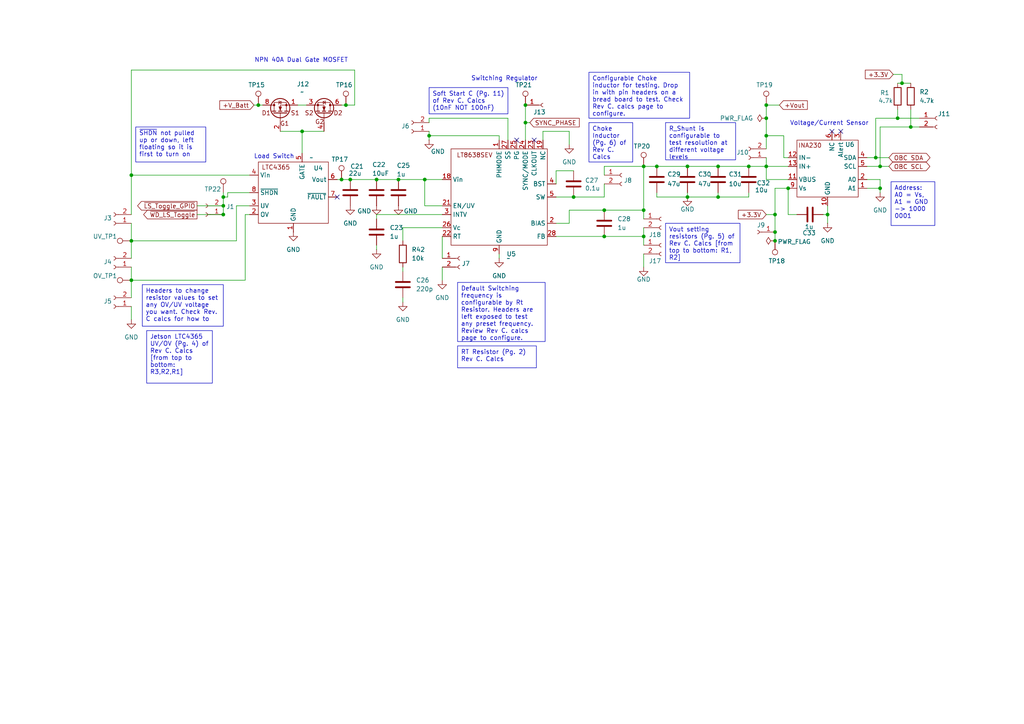
<source format=kicad_sch>
(kicad_sch (version 20250114) (generator "eeschema") (generator_version "9.0")
  (paper "A4")
  (lib_symbols
    (symbol "Connector:Conn_01x01_Socket" (pin_names (offset 1.016) (hide yes))
      (property "Reference" "J" (at 0 2.54 0))
      (property "Value" "Conn_01x01_Socket" (at 0 -2.54 0))
      (symbol "Conn_01x01_Socket_1_1"
        (polyline (pts (xy -1.27 0) (xy -0.508 0)) (stroke (width 0.1524)))
        (arc (start 0 -0.508) (mid -0.5058 0) (end 0 0.508) (stroke (width 0.1524)))
        (pin passive line (at -5.08 0 0) (length 3.81) (name "Pin_1") (number "1"))
      )
    )
    (symbol "Connector:Conn_01x02_Socket" (pin_names (offset 1.016) (hide yes))
      (property "Reference" "J" (at 0 2.54 0))
      (property "Value" "Conn_01x02_Socket" (at 0 -5.08 0))
      (symbol "Conn_01x02_Socket_1_1"
        (polyline (pts (xy -1.27 0) (xy -0.508 0)) (stroke (width 0.1524)))
        (polyline (pts (xy -1.27 -2.54) (xy -0.508 -2.54)) (stroke (width 0.1524)))
        (arc (start 0 -0.508) (mid -0.5058 0) (end 0 0.508) (stroke (width 0.1524)))
        (arc (start 0 -3.048) (mid -0.5058 -2.54) (end 0 -2.032) (stroke (width 0.1524)))
        (pin passive line (at -5.08 0 0) (length 3.81) (name "Pin_1") (number "1"))
        (pin passive line (at -5.08 -2.54 0) (length 3.81) (name "Pin_2") (number "2"))
      )
    )
    (symbol "Connector:TestPoint" (pin_numbers (hide yes)) (pin_names (offset 0.762) (hide yes))
      (property "Reference" "TP" (at 0 6.858 0))
      (property "Value" "TestPoint" (at 0 5.08 0))
      (symbol "TestPoint_0_1"
        (circle (center 0 3.302) (radius 0.762))
      )
      (symbol "TestPoint_1_1"
        (pin passive line (at 0 0 90) (length 2.54) (name "1") (number "1"))
      )
    )
    (symbol "Device:C" (pin_numbers (hide yes)) (pin_names (offset 0.254))
      (property "Reference" "C" (at 0.635 2.54 0))
      (property "Value" "C" (at 0.635 -2.54 0))
      (symbol "C_0_1"
        (polyline (pts (xy -2.032 0.762) (xy 2.032 0.762)) (stroke (width 0.508)))
        (polyline (pts (xy -2.032 -0.762) (xy 2.032 -0.762)) (stroke (width 0.508)))
      )
      (symbol "C_1_1"
        (pin passive line (at 0 3.81 270) (length 2.794) (name "~") (number "1"))
        (pin passive line (at 0 -3.81 90) (length 2.794) (name "~") (number "2"))
      )
    )
    (symbol "Device:R" (pin_numbers (hide yes)) (pin_names (offset 0))
      (property "Reference" "R" (at 2.032 0 90))
      (property "Value" "R" (at 0 0 90))
      (symbol "R_0_1"
        (rectangle (start -1.016 -2.54) (end 1.016 2.54) (stroke (width 0.254)))
      )
      (symbol "R_1_1"
        (pin passive line (at 0 3.81 270) (length 1.27) (name "~") (number "1"))
        (pin passive line (at 0 -3.81 90) (length 1.27) (name "~") (number "2"))
      )
    )
    (symbol "INA230:INA230 [RGT PACKAGE]"
      (property "Reference" "U" (at 7.62 7.62 0))
      (property "Value" "INA230" (at 0 0 0))
      (symbol "INA230 [RGT PACKAGE]_0_1"
        (rectangle (start -8.89 8.89) (end 8.89 -7.62))
      )
      (symbol "INA230 [RGT PACKAGE]_1_1"
        (text "INA230" (at -5.08 7.366 0) (effects (font (size 1.27 1.27))))
        (pin input line (at -11.43 3.81 0) (length 2.54) (name "IN-") (number "12"))
        (pin input line (at -11.43 1.27 0) (length 2.54) (name "IN+") (number "13"))
        (pin input line (at -11.43 -2.54 0) (length 2.54) (name "VBUS") (number "11"))
        (pin power_in line (at -11.43 -5.08 0) (length 2.54) (name "Vs") (number "9"))
        (pin power_in line (at 0 -10.16 90) (length 2.54) (name "GND") (number "10"))
        (pin passive line (at 1.27 11.43 270) (length 2.54) (name "NC") (number "6"))
        (pin output line (at 3.81 11.43 270) (length 2.54) (name "Alert") (number "3"))
        (pin bidirectional line (at 11.43 3.81 180) (length 2.54) (name "SDA") (number "4"))
        (pin bidirectional line (at 11.43 1.27 180) (length 2.54) (name "SCL") (number "5"))
        (pin input line (at 11.43 -2.54 180) (length 2.54) (name "A0") (number "2"))
        (pin input line (at 11.43 -5.08 180) (length 2.54) (name "A1") (number "1"))
      )
    )
    (symbol "LT8638SEV#PDF:LT863SEV#PBF"
      (property "Reference" "U" (at 12.954 -2.286 0))
      (symbol "LT863SEV#PBF_0_1"
        (rectangle (start -13.97 15.24) (end 13.97 -12.7))
      )
      (symbol "LT863SEV#PBF_1_1"
        (text "LT8638SEV\n" (at -7.112 13.462 0) (effects (font (size 1.27 1.27))))
        (pin power_in line (at -16.51 6.35 0) (length 2.54) (name "Vin") (number "18"))
        (pin input line (at -16.51 -1.27 0) (length 2.54) (name "EN/UV") (number "21"))
        (pin input line (at -16.51 -3.81 0) (length 2.54) (name "INTV") (number "3"))
        (pin input line (at -16.51 -7.62 0) (length 2.54) (name "Vc") (number "26"))
        (pin passive line (at -16.51 -10.16 0) (length 2.54) (name "RT") (number "22"))
        (pin passive line (at 0 17.78 270) (length 2.54) (name "PHMODE") (number "1"))
        (pin power_in line (at 0 -15.24 90) (length 2.54) (name "GND") (number "9"))
        (pin passive line (at 2.54 17.78 270) (length 2.54) (name "SS") (number "27"))
        (pin passive line (at 5.08 17.78 270) (length 2.54) (name "PG") (number "25"))
        (pin passive line (at 7.62 17.78 270) (length 2.54) (name "SYNC/MODE") (number "24"))
        (pin passive line (at 10.16 17.78 270) (length 2.54) (name "CLKOUT") (number "23"))
        (pin passive line (at 12.7 17.78 270) (length 2.54) (name "NC") (number "19"))
        (pin power_out line (at 16.51 5.08 180) (length 2.54) (name "BST") (number "4"))
        (pin power_out line (at 16.51 1.27 180) (length 2.54) (name "SW") (number "5"))
        (pin power_out line (at 16.51 -6.35 180) (length 2.54) (name "BIAS") (number "2"))
        (pin power_out line (at 16.51 -10.16 180) (length 2.54) (name "FB") (number "28"))
      )
    )
    (symbol "LTC4365:LTC4365"
      (property "Reference" "U" (at 7.874 -7.874 0))
      (symbol "LTC4365_0_1"
        (rectangle (start -11.43 8.89) (end 8.89 -8.89))
      )
      (symbol "LTC4365_1_1"
        (text "LTC4365\n" (at -6.35 7.366 0) (effects (font (size 1.27 1.27))))
        (pin power_in line (at -13.97 5.08 0) (length 2.54) (name "Vin") (number "4"))
        (pin passive line (at -13.97 0 0) (length 2.54) (name "~{SHDN}") (number "8"))
        (pin input line (at -13.97 -3.81 0) (length 2.54) (name "UV") (number "3"))
        (pin input line (at -13.97 -6.35 0) (length 2.54) (name "OV") (number "2"))
        (pin power_in line (at -1.27 -11.43 90) (length 2.54) (name "GND") (number "1"))
        (pin output line (at 1.27 11.43 270) (length 2.54) (name "GATE") (number "5"))
        (pin power_out line (at 11.43 3.81 180) (length 2.54) (name "Vout") (number "6"))
        (pin output line (at 11.43 -1.27 180) (length 2.54) (name "~{FAULT}") (number "7"))
      )
    )
    (symbol "SISB46DN:SISB46DN"
      (symbol "SISB46DN_0_1"
        (polyline (pts (xy -8.89 1.27) (xy -8.128 1.27)))
        (polyline (pts (xy -8.636 -0.508) (xy -7.62 -0.508)) (stroke (width 0.254)))
        (polyline (pts (xy -8.255 -1.016) (xy -4.445 -1.016)) (stroke (width 0.254)))
        (circle (center -8.128 1.27) (radius 0.254) (fill (type outline)))
        (polyline (pts (xy -6.858 1.524) (xy -6.731 1.651) (xy -6.731 2.413) (xy -6.604 2.54)))
        (polyline (pts (xy -6.858 -0.508) (xy -5.842 -0.508)) (stroke (width 0.254)))
        (polyline (pts (xy -6.731 2.032) (xy -6.096 1.651) (xy -6.096 2.413) (xy -6.731 2.032)))
        (circle (center -6.35 0.381) (radius 2.794) (stroke (width 0.254)))
        (polyline (pts (xy -6.35 -0.254) (xy -6.731 0.762) (xy -5.969 0.762) (xy -6.35 -0.254)) (fill (type outline)))
        (polyline (pts (xy -6.35 -1.016) (xy -6.35 -3.81)))
        (polyline (pts (xy -5.08 -0.508) (xy -4.064 -0.508)) (stroke (width 0.254)))
        (circle (center -4.572 1.27) (radius 0.254) (fill (type outline)))
        (polyline (pts (xy -4.572 -0.508) (xy -4.572 2.032) (xy -8.128 2.032) (xy -8.128 -0.508)))
        (polyline (pts (xy -3.81 1.27) (xy -6.35 1.27) (xy -6.35 -0.508)))
        (polyline (pts (xy 3.81 1.27) (xy 6.35 1.27) (xy 6.35 -0.508)))
        (circle (center 4.572 1.27) (radius 0.254) (fill (type outline)))
        (polyline (pts (xy 4.572 -0.508) (xy 4.572 2.032) (xy 8.128 2.032) (xy 8.128 -0.508)))
        (polyline (pts (xy 5.08 -0.508) (xy 4.064 -0.508)) (stroke (width 0.254)))
        (circle (center 6.35 0.381) (radius 2.794) (stroke (width 0.254)))
        (polyline (pts (xy 6.35 -0.254) (xy 6.731 0.762) (xy 5.969 0.762) (xy 6.35 -0.254)) (fill (type outline)))
        (polyline (pts (xy 6.35 -1.016) (xy 6.35 -3.81)))
        (polyline (pts (xy 6.731 2.032) (xy 6.096 1.651) (xy 6.096 2.413) (xy 6.731 2.032)))
        (polyline (pts (xy 6.858 1.524) (xy 6.731 1.651) (xy 6.731 2.413) (xy 6.604 2.54)))
        (polyline (pts (xy 6.858 -0.508) (xy 5.842 -0.508)) (stroke (width 0.254)))
        (circle (center 8.128 1.27) (radius 0.254) (fill (type outline)))
        (polyline (pts (xy 8.255 -1.016) (xy 4.445 -1.016)) (stroke (width 0.254)))
        (polyline (pts (xy 8.636 -0.508) (xy 7.62 -0.508)) (stroke (width 0.254)))
        (polyline (pts (xy 8.89 1.27) (xy 8.128 1.27)))
      )
      (symbol "SISB46DN_1_1"
        (text "D1" (at -10.414 -1.016 0) (effects (font (size 1.27 1.27))))
        (text "G1" (at -5.08 -4.064 0) (effects (font (size 1.27 1.27))))
        (text "S1" (at -2.032 -1.016 0) (effects (font (size 1.27 1.27))))
        (text "S2" (at 2.032 -1.016 0) (effects (font (size 1.27 1.27))))
        (text "G2" (at 5.08 -3.556 0) (effects (font (size 1.27 1.27))))
        (text "D2" (at 10.414 -1.016 0) (effects (font (size 1.27 1.27))))
        (pin passive line (at -11.43 1.27 0) (length 2.54) (hide yes) (name "") (number "7"))
        (pin power_in line (at -11.43 1.27 0) (length 2.54) (name "") (number "8"))
        (pin input line (at -6.35 -6.35 90) (length 2.54) (name "") (number "2"))
        (pin passive line (at -1.27 1.27 180) (length 2.54) (name "") (number "1"))
        (pin passive line (at 1.27 1.27 0) (length 2.54) (name "") (number "3"))
        (pin input line (at 6.35 -6.35 90) (length 2.54) (name "") (number "4"))
        (pin passive line (at 11.43 1.27 180) (length 2.54) (hide yes) (name "") (number "5"))
        (pin power_out line (at 11.43 1.27 180) (length 2.54) (name "") (number "6"))
      )
    )
    (symbol "power:GND" (power) (pin_numbers (hide yes)) (pin_names (offset 0) (hide yes))
      (property "Value" "GND" (at 0 -3.81 0))
      (symbol "GND_0_1"
        (polyline (pts (xy 0 0) (xy 0 -1.27) (xy 1.27 -1.27) (xy 0 -2.54) (xy -1.27 -1.27) (xy 0 -1.27)))
      )
      (symbol "GND_1_1"
        (pin power_in line (at 0 0 270) (length 0) (name "~") (number "1"))
      )
    )
    (symbol "power:PWR_FLAG" (power) (pin_numbers (hide yes)) (pin_names (offset 0) (hide yes))
      (property "Value" "PWR_FLAG" (at 0 3.81 0))
      (symbol "PWR_FLAG_0_0"
        (pin power_out line (at 0 0 90) (length 0) (name "~") (number "1"))
      )
      (symbol "PWR_FLAG_0_1"
        (polyline (pts (xy 0 0) (xy 0 1.27) (xy -1.016 1.905) (xy 0 2.54) (xy 1.016 1.905) (xy 0 1.27)))
      )
    )
  )
  (text "Switching Regulator" (at 146.304 22.86 0) (effects (font (size 1.27 1.27))))
  (text "NPN 40A Dual Gate MOSFET" (at 87.376 17.526 0) (effects (font (size 1.27 1.27))))
  (text "Voltage/Current Sensor" (at 240.538 35.814 0) (effects (font (size 1.27 1.27))))
  (text "Load Switch" (at 79.502 45.466 0) (effects (font (size 1.27 1.27))))
  (text_box "RT Resistor (Pg. 2) Rev C. Calcs" (at 132.715 100.33 0) (size 22.86 6.35) (margins 0.9525 0.9525 0.9525 0.9525) (effects (font (size 1.27 1.27)) (justify left top)))
  (text_box "Soft Start C (Pg. 11) of Rev C. Calcs (10nF NOT 100nF)" (at 124.46 25.4 0) (size 22.86 7.62) (margins 0.9525 0.9525 0.9525 0.9525) (effects (font (size 1.27 1.27)) (justify left top)))
  (text_box "Headers to change resistor values to set any OV/UV voltage you want. Check Rev. C calcs for how to" (at 41.275 82.55 0) (size 23.495 12.065) (margins 0.9525 0.9525 0.9525 0.9525) (effects (font (size 1.27 1.27)) (justify left top)))
  (text_box "R_Shunt is configurable to test resolution at different voltage levels" (at 193.04 35.56 0) (size 20.32 10.795) (margins 0.9525 0.9525 0.9525 0.9525) (effects (font (size 1.27 1.27)) (justify left top)))
  (text_box "Configurable Choke inductor for testing. Drop in with pin headers on a bread board to test. Check Rev C. calcs page to configure." (at 170.815 20.955 0) (size 29.21 13.335) (margins 0.9525 0.9525 0.9525 0.9525) (effects (font (size 1.27 1.27)) (justify left top)))
  (text_box "Address: A0 = Vs, A1 = GND -> 1000 0001\n" (at 258.445 52.705 0) (size 12.7 12.7) (margins 0.9525 0.9525 0.9525 0.9525) (effects (font (size 1.27 1.27)) (justify left top)))
  (text_box "Vout setting resistors (Pg. 5) of Rev C. Calcs [from top to bottom: R1, R2]" (at 193.04 64.77 0) (size 21.59 11.43) (margins 0.9525 0.9525 0.9525 0.9525) (effects (font (size 1.27 1.27)) (justify left top)))
  (text_box "Choke Inductor (Pg. 6) of Rev C. Calcs" (at 170.815 35.56 0) (size 12.7 11.43) (margins 0.9525 0.9525 0.9525 0.9525) (effects (font (size 1.27 1.27)) (justify left top)))
  (text_box "Jetson LTC4365 UV/OV (Pg. 4) of Rev C. Calcs [from top to bottom: R3,R2,R1]" (at 42.545 95.885 0) (size 19.05 15.24) (margins 0.9525 0.9525 0.9525 0.9525) (effects (font (size 1.27 1.27)) (justify left top)))
  (text_box "~{SHDN} not pulled up or down, left floating so it is first to turn on" (at 39.37 36.83 0) (size 20.32 10.16) (margins 0.9525 0.9525 0.9525 0.9525) (effects (font (size 1.27 1.27)) (justify left top)))
  (text_box "Default Switching frequency is configurable by Rt Resistor. Headers are left exposed to test any preset frequency. Review Rev C. calcs page to configure." (at 132.715 81.915 0) (size 25.4 17.145) (margins 0.9525 0.9525 0.9525 0.9525) (effects (font (size 1.27 1.27)) (justify left top)))
  (junction (at 208.28 57.15))
  (junction (at 186.69 60.96))
  (junction (at 152.4 35.56))
  (junction (at 175.26 60.96))
  (junction (at 175.26 68.58))
  (junction (at 123.19 52.07))
  (junction (at 199.39 57.15))
  (junction (at 224.79 69.85))
  (junction (at 240.03 62.23))
  (junction (at 186.69 48.26))
  (junction (at 152.4 30.48))
  (junction (at 186.69 68.58))
  (junction (at 224.79 67.31))
  (junction (at 99.06 52.07))
  (junction (at 260.35 34.29))
  (junction (at 166.37 57.15))
  (junction (at 224.79 62.23))
  (junction (at 255.27 48.26))
  (junction (at 64.77 57.15))
  (junction (at 74.93 30.48))
  (junction (at 87.63 38.1))
  (junction (at 261.62 24.13))
  (junction (at 222.25 39.37))
  (junction (at 217.17 48.26))
  (junction (at 101.6 52.07))
  (junction (at 38.1 50.8))
  (junction (at 228.6 54.61))
  (junction (at 38.1 69.85))
  (junction (at 255.27 54.61))
  (junction (at 208.28 48.26))
  (junction (at 254 45.72))
  (junction (at 222.25 30.48))
  (junction (at 115.57 52.07))
  (junction (at 124.46 39.37))
  (junction (at 100.33 30.48))
  (junction (at 190.5 48.26))
  (junction (at 38.1 81.28))
  (junction (at 264.16 36.83))
  (junction (at 199.39 48.26))
  (junction (at 222.25 48.26))
  (junction (at 64.77 62.23))
  (junction (at 109.22 52.07))
  (junction (at 64.77 59.69))
  (junction (at 222.25 34.29))
  (no_connect (at 97.79 57.15))
  (no_connect (at 154.94 40.64))
  (no_connect (at 241.3 38.1))
  (no_connect (at 149.86 40.64))
  (no_connect (at 243.84 38.1))
  (wire (pts (xy 161.29 64.77) (xy 165.1 64.77)))
  (wire (pts (xy 228.6 62.23) (xy 231.14 62.23)))
  (wire (pts (xy 87.63 38.1) (xy 93.98 38.1)))
  (wire (pts (xy 186.69 73.66) (xy 186.69 77.47)))
  (wire (pts (xy 157.48 40.64) (xy 157.48 38.1)))
  (wire (pts (xy 123.19 59.69) (xy 123.19 52.07)))
  (wire (pts (xy 38.1 81.28) (xy 71.12 81.28)))
  (wire (pts (xy 224.79 69.85) (xy 224.79 67.31)))
  (wire (pts (xy 255.27 36.83) (xy 264.16 36.83)))
  (wire (pts (xy 222.25 45.72) (xy 222.25 48.26)))
  (wire (pts (xy 144.78 39.37) (xy 144.78 40.64)))
  (wire (pts (xy 255.27 54.61) (xy 255.27 55.88)))
  (wire (pts (xy 64.77 59.69) (xy 64.77 62.23)))
  (wire (pts (xy 123.19 52.07) (xy 128.27 52.07)))
  (wire (pts (xy 208.28 55.88) (xy 208.28 57.15)))
  (wire (pts (xy 144.78 73.66) (xy 144.78 74.93)))
  (wire (pts (xy 64.77 59.69) (xy 64.77 57.15)))
  (wire (pts (xy 38.1 69.85) (xy 38.1 74.93)))
  (wire (pts (xy 224.79 67.31) (xy 224.79 62.23)))
  (wire (pts (xy 186.69 60.96) (xy 186.69 63.5)))
  (wire (pts (xy 147.32 40.64) (xy 147.32 34.29)))
  (wire (pts (xy 255.27 48.26) (xy 251.46 48.26)))
  (wire (pts (xy 186.69 66.04) (xy 186.69 68.58)))
  (wire (pts (xy 175.26 68.58) (xy 186.69 68.58)))
  (wire (pts (xy 217.17 48.26) (xy 222.25 48.26)))
  (wire (pts (xy 165.1 60.96) (xy 165.1 64.77)))
  (wire (pts (xy 66.04 57.15) (xy 66.04 55.88)))
  (wire (pts (xy 228.6 54.61) (xy 228.6 62.23)))
  (wire (pts (xy 109.22 71.12) (xy 109.22 72.39)))
  (wire (pts (xy 222.25 39.37) (xy 222.25 43.18)))
  (wire (pts (xy 152.4 30.48) (xy 152.4 35.56)))
  (wire (pts (xy 165.1 38.1) (xy 165.1 41.91)))
  (wire (pts (xy 190.5 57.15) (xy 199.39 57.15)))
  (wire (pts (xy 68.58 59.69) (xy 68.58 69.85)))
  (wire (pts (xy 87.63 38.1) (xy 87.63 44.45)))
  (wire (pts (xy 224.79 54.61) (xy 228.6 54.61)))
  (wire (pts (xy 38.1 64.77) (xy 38.1 69.85)))
  (wire (pts (xy 71.12 62.23) (xy 72.39 62.23)))
  (wire (pts (xy 100.33 30.48) (xy 102.87 30.48)))
  (wire (pts (xy 161.29 68.58) (xy 175.26 68.58)))
  (wire (pts (xy 124.46 38.1) (xy 124.46 39.37)))
  (wire (pts (xy 255.27 48.26) (xy 255.27 36.83)))
  (wire (pts (xy 227.33 39.37) (xy 227.33 45.72)))
  (wire (pts (xy 251.46 52.07) (xy 255.27 52.07)))
  (wire (pts (xy 175.26 48.26) (xy 175.26 50.8)))
  (wire (pts (xy 208.28 57.15) (xy 217.17 57.15)))
  (wire (pts (xy 152.4 35.56) (xy 152.4 40.64)))
  (wire (pts (xy 38.1 20.32) (xy 38.1 50.8)))
  (wire (pts (xy 217.17 57.15) (xy 217.17 55.88)))
  (wire (pts (xy 64.77 57.15) (xy 64.77 55.88)))
  (wire (pts (xy 147.32 34.29) (xy 124.46 34.29)))
  (wire (pts (xy 99.06 52.07) (xy 101.6 52.07)))
  (wire (pts (xy 38.1 77.47) (xy 38.1 81.28)))
  (wire (pts (xy 222.25 39.37) (xy 222.25 34.29)))
  (wire (pts (xy 38.1 50.8) (xy 72.39 50.8)))
  (wire (pts (xy 240.03 62.23) (xy 240.03 59.69)))
  (wire (pts (xy 190.5 48.26) (xy 199.39 48.26)))
  (wire (pts (xy 128.27 66.04) (xy 116.84 66.04)))
  (wire (pts (xy 260.35 34.29) (xy 266.7 34.29)))
  (wire (pts (xy 175.26 53.34) (xy 175.26 57.15)))
  (wire (pts (xy 186.69 48.26) (xy 190.5 48.26)))
  (wire (pts (xy 199.39 57.15) (xy 208.28 57.15)))
  (wire (pts (xy 153.67 35.56) (xy 152.4 35.56)))
  (wire (pts (xy 97.79 52.07) (xy 99.06 52.07)))
  (wire (pts (xy 38.1 50.8) (xy 38.1 62.23)))
  (wire (pts (xy 102.87 30.48) (xy 102.87 20.32)))
  (wire (pts (xy 68.58 69.85) (xy 38.1 69.85)))
  (wire (pts (xy 222.25 48.26) (xy 222.25 52.07)))
  (wire (pts (xy 116.84 86.36) (xy 116.84 87.63)))
  (wire (pts (xy 157.48 38.1) (xy 165.1 38.1)))
  (wire (pts (xy 186.69 48.26) (xy 186.69 60.96)))
  (wire (pts (xy 208.28 48.26) (xy 217.17 48.26)))
  (wire (pts (xy 116.84 77.47) (xy 116.84 78.74)))
  (wire (pts (xy 165.1 60.96) (xy 175.26 60.96)))
  (wire (pts (xy 128.27 77.47) (xy 128.27 81.28)))
  (wire (pts (xy 257.81 48.26) (xy 255.27 48.26)))
  (wire (pts (xy 109.22 62.23) (xy 128.27 62.23)))
  (wire (pts (xy 264.16 31.75) (xy 264.16 36.83)))
  (wire (pts (xy 38.1 88.9) (xy 38.1 92.71)))
  (wire (pts (xy 260.35 24.13) (xy 261.62 24.13)))
  (wire (pts (xy 66.04 55.88) (xy 72.39 55.88)))
  (wire (pts (xy 255.27 52.07) (xy 255.27 54.61)))
  (wire (pts (xy 73.66 30.48) (xy 74.93 30.48)))
  (wire (pts (xy 128.27 68.58) (xy 128.27 74.93)))
  (wire (pts (xy 261.62 21.59) (xy 261.62 24.13)))
  (wire (pts (xy 199.39 55.88) (xy 199.39 57.15)))
  (wire (pts (xy 222.25 62.23) (xy 224.79 62.23)))
  (wire (pts (xy 38.1 81.28) (xy 38.1 86.36)))
  (wire (pts (xy 175.26 60.96) (xy 186.69 60.96)))
  (wire (pts (xy 74.93 30.48) (xy 76.2 30.48)))
  (wire (pts (xy 68.58 59.69) (xy 72.39 59.69)))
  (wire (pts (xy 222.25 48.26) (xy 228.6 48.26)))
  (wire (pts (xy 190.5 55.88) (xy 190.5 57.15)))
  (wire (pts (xy 38.1 20.32) (xy 102.87 20.32)))
  (wire (pts (xy 81.28 38.1) (xy 87.63 38.1)))
  (wire (pts (xy 161.29 49.53) (xy 166.37 49.53)))
  (wire (pts (xy 222.25 34.29) (xy 222.25 30.48)))
  (wire (pts (xy 264.16 36.83) (xy 266.7 36.83)))
  (wire (pts (xy 254 45.72) (xy 254 34.29)))
  (wire (pts (xy 222.25 39.37) (xy 227.33 39.37)))
  (wire (pts (xy 101.6 52.07) (xy 109.22 52.07)))
  (wire (pts (xy 128.27 59.69) (xy 123.19 59.69)))
  (wire (pts (xy 99.06 30.48) (xy 100.33 30.48)))
  (wire (pts (xy 251.46 54.61) (xy 255.27 54.61)))
  (wire (pts (xy 240.03 64.77) (xy 240.03 62.23)))
  (wire (pts (xy 86.36 30.48) (xy 88.9 30.48)))
  (wire (pts (xy 57.15 62.23) (xy 64.77 62.23)))
  (wire (pts (xy 124.46 34.29) (xy 124.46 35.56)))
  (wire (pts (xy 161.29 57.15) (xy 166.37 57.15)))
  (wire (pts (xy 238.76 62.23) (xy 240.03 62.23)))
  (wire (pts (xy 224.79 62.23) (xy 224.79 54.61)))
  (wire (pts (xy 254 45.72) (xy 251.46 45.72)))
  (wire (pts (xy 222.25 52.07) (xy 228.6 52.07)))
  (wire (pts (xy 222.25 30.48) (xy 226.06 30.48)))
  (wire (pts (xy 64.77 57.15) (xy 66.04 57.15)))
  (wire (pts (xy 261.62 24.13) (xy 264.16 24.13)))
  (wire (pts (xy 186.69 48.26) (xy 175.26 48.26)))
  (wire (pts (xy 115.57 52.07) (xy 123.19 52.07)))
  (wire (pts (xy 227.33 45.72) (xy 228.6 45.72)))
  (wire (pts (xy 259.08 21.59) (xy 261.62 21.59)))
  (wire (pts (xy 166.37 57.15) (xy 175.26 57.15)))
  (wire (pts (xy 186.69 68.58) (xy 186.69 71.12)))
  (wire (pts (xy 109.22 52.07) (xy 115.57 52.07)))
  (wire (pts (xy 124.46 40.64) (xy 124.46 39.37)))
  (wire (pts (xy 254 34.29) (xy 260.35 34.29)))
  (wire (pts (xy 71.12 81.28) (xy 71.12 62.23)))
  (wire (pts (xy 254 45.72) (xy 257.81 45.72)))
  (wire (pts (xy 109.22 63.5) (xy 109.22 62.23)))
  (wire (pts (xy 116.84 66.04) (xy 116.84 69.85)))
  (wire (pts (xy 57.15 59.69) (xy 64.77 59.69)))
  (wire (pts (xy 199.39 48.26) (xy 208.28 48.26)))
  (wire (pts (xy 144.78 39.37) (xy 124.46 39.37)))
  (wire (pts (xy 161.29 53.34) (xy 161.29 49.53)))
  (wire (pts (xy 260.35 31.75) (xy 260.35 34.29)))
  (global_label "~{LS_Toggle_GPIO}" (shape output) (at 57.15 59.69 180) (property "Intersheetrefs" "${INTERSHEET_REFS}" (effects (hide yes))))
  (global_label "~{WD_LS_Toggle}" (shape output) (at 57.15 62.23 180) (property "Intersheetrefs" "${INTERSHEET_REFS}" (effects (hide yes))))
  (global_label "+3.3V" (shape input) (at 222.25 62.23 180) (property "Intersheetrefs" "${INTERSHEET_REFS}" (effects (hide yes))))
  (global_label "+V_Batt" (shape input) (at 73.66 30.48 180) (property "Intersheetrefs" "${INTERSHEET_REFS}" (effects (hide yes))))
  (global_label "OBC SDA" (shape bidirectional) (at 257.81 45.72 0) (property "Intersheetrefs" "${INTERSHEET_REFS}" (effects (hide yes))))
  (global_label "SYNC_PHASE" (shape input) (at 153.67 35.56 0) (property "Intersheetrefs" "${INTERSHEET_REFS}" (effects (hide yes))))
  (global_label "+3.3V" (shape input) (at 259.08 21.59 180) (property "Intersheetrefs" "${INTERSHEET_REFS}" (effects (hide yes))))
  (global_label "+Vout" (shape input) (at 226.06 30.48 0) (property "Intersheetrefs" "${INTERSHEET_REFS}" (effects (hide yes))))
  (global_label "OBC SCL" (shape bidirectional) (at 257.81 48.26 0) (property "Intersheetrefs" "${INTERSHEET_REFS}" (effects (hide yes))))
  (symbol (lib_id "power:GND") (at 116.84 87.63 0) (unit 1)
    (property "Reference" "#PWR035" (effects (hide yes)))
    (property "Value" "GND" (at 116.84 92.71 0))
    (property "Description" "Power symbol creates a global label with name \"GND\" , ground" (effects (hide yes)))
  )
  (symbol (lib_id "Connector:TestPoint") (at 186.69 48.26 0) (unit 1)
    (property "Reference" "TP20" (at 186.182 42.418 0))
    (property "Value" "TestPoint" (effects (hide yes)))
    (property "Footprint" "TestPoint:TestPoint_Pad_1.0x1.0mm" (effects (hide yes)))
    (property "Description" "test point" (effects (hide yes)))
  )
  (symbol (lib_id "power:GND") (at 109.22 72.39 0) (unit 1)
    (property "Reference" "#PWR033" (effects (hide yes)))
    (property "Value" "GND" (at 109.22 77.47 0))
    (property "Description" "Power symbol creates a global label with name \"GND\" , ground" (effects (hide yes)))
  )
  (symbol (lib_id "Device:R") (at 264.16 27.94 0) (unit 1)
    (property "Reference" "R2" (at 266.7 26.6699 0) (effects (justify left)))
    (property "Value" "4.7k" (at 266.7 29.2099 0) (effects (justify left)))
    (property "Footprint" "Resistor_SMD:R_0603_1608Metric" (effects (hide yes)))
    (property "Description" "Resistor" (effects (hide yes)))
  )
  (symbol (lib_id "LT8638SEV#PDF:LT863SEV#PBF") (at 144.78 58.42 0) (unit 1)
    (property "Reference" "U5" (at 146.9233 73.66 0) (effects (justify left)))
    (property "Value" "~" (at 146.9233 74.93 0) (effects (justify left)))
    (property "Footprint" "RevC Footprints:LT8638SEVPBF" (effects (hide yes)))
    (property "Datasheet" "https://www.mouser.com/datasheet/2/609/lt8638s-2301712.pdf" (effects (hide yes)))
    (property "Description" "42V, 10A/12A Peak Synchronous Step-Down Silent Switcher 2" (effects (hide yes)))
  )
  (symbol (lib_id "Connector:Conn_01x02_Socket") (at 33.02 64.77 180) (unit 1)
    (property "Reference" "J3" (at 31.242 63.246 0))
    (property "Value" "Conn_01x02_Socket" (effects (hide yes)))
    (property "Footprint" "Connector_PinSocket_2.54mm:PinSocket_1x02_P2.54mm_Vertical" (effects (hide yes)))
    (property "Description" "Generic connector, single row, 01x02, script generated" (effects (hide yes)))
  )
  (symbol (lib_id "Device:C") (at 115.57 55.88 0) (unit 1)
    (property "Reference" "C25" (at 115.062 48.006 0) (effects (justify left)))
    (property "Value" "1u" (at 115.062 50.546 0) (effects (justify left)))
    (property "Footprint" "Capacitor_SMD:C_1210_3225Metric" (effects (hide yes)))
    (property "Description" "Unpolarized capacitor" (effects (hide yes)))
  )
  (symbol (lib_id "power:GND") (at 128.27 81.28 0) (unit 1)
    (property "Reference" "#PWR037" (effects (hide yes)))
    (property "Value" "GND" (at 128.27 86.36 0))
    (property "Description" "Power symbol creates a global label with name \"GND\" , ground" (effects (hide yes)))
  )
  (symbol (lib_id "Connector:Conn_01x02_Socket") (at 180.34 50.8 0) (unit 1)
    (property "Reference" "J8" (at 182.118 52.324 0))
    (property "Value" "Conn_01x02_Socket" (effects (hide yes)))
    (property "Footprint" "Connector_PinSocket_2.54mm:PinSocket_1x02_P2.54mm_Vertical" (effects (hide yes)))
    (property "Description" "Generic connector, single row, 01x02, script generated" (effects (hide yes)))
  )
  (symbol (lib_id "Connector:Conn_01x01_Socket") (at 219.71 67.31 180) (unit 1)
    (property "Reference" "J9" (at 220.726 65.278 0))
    (property "Value" "Conn_01x01_Socket" (effects (hide yes)))
    (property "Footprint" "Connector_PinSocket_2.54mm:PinSocket_1x02_P2.54mm_Vertical" (effects (hide yes)))
    (property "Description" "Generic connector, single row, 01x01, script generated" (effects (hide yes)))
  )
  (symbol (lib_id "SISB46DN:SISB46DN") (at 87.63 31.75 0) (unit 1)
    (property "Reference" "J12" (at 87.884 24.384 0))
    (property "Value" "~" (at 87.63 26.67 0))
    (property "Footprint" "RevC Footprints:SISB46DN-T1-GE3" (effects (hide yes)))
    (property "Datasheet" "https://www.vishay.com/docs/76655/sisb46dn.pdf" (effects (hide yes)))
    (property "Description" "Dual N-Channel 40V (D-S) MOSFET" (effects (hide yes)))
  )
  (symbol (lib_id "power:GND") (at 165.1 41.91 0) (unit 1)
    (property "Reference" "#PWR039" (effects (hide yes)))
    (property "Value" "GND" (at 165.1 46.99 0))
    (property "Description" "Power symbol creates a global label with name \"GND\" , ground" (effects (hide yes)))
  )
  (symbol (lib_id "Device:C") (at 166.37 53.34 0) (unit 1)
    (property "Reference" "C27" (at 169.672 52.324 0) (effects (justify left)))
    (property "Value" "0.1u" (at 169.672 54.61 0) (effects (justify left)))
    (property "Footprint" "Capacitor_SMD:C_1210_3225Metric" (effects (hide yes)))
    (property "Description" "Unpolarized capacitor" (effects (hide yes)))
  )
  (symbol (lib_id "Connector:TestPoint") (at 99.06 52.07 0) (unit 1)
    (property "Reference" "TP17" (at 98.552 46.228 0))
    (property "Value" "TestPoint" (effects (hide yes)))
    (property "Footprint" "TestPoint:TestPoint_Pad_1.0x1.0mm" (effects (hide yes)))
    (property "Description" "test point" (effects (hide yes)))
  )
  (symbol (lib_id "Connector:Conn_01x02_Socket") (at 217.17 45.72 180) (unit 1)
    (property "Reference" "J10" (at 215.392 44.196 0))
    (property "Value" "Conn_01x02_Socket" (effects (hide yes)))
    (property "Footprint" "Connector_PinSocket_2.54mm:PinSocket_1x02_P2.54mm_Vertical" (effects (hide yes)))
    (property "Description" "Generic connector, single row, 01x02, script generated" (effects (hide yes)))
  )
  (symbol (lib_id "Connector:TestPoint") (at 64.77 55.88 0) (unit 1)
    (property "Reference" "TP22" (at 61.722 54.864 0))
    (property "Value" "TestPoint" (effects (hide yes)))
    (property "Footprint" "TestPoint:TestPoint_Pad_1.0x1.0mm" (effects (hide yes)))
    (property "Description" "test point" (effects (hide yes)))
  )
  (symbol (lib_id "power:PWR_FLAG") (at 222.25 34.29 90) (unit 1)
    (property "Reference" "#FLG07" (effects (hide yes)))
    (property "Value" "PWR_FLAG" (at 218.44 34.2899 90) (effects (justify left)))
    (property "Description" "Special symbol for telling ERC where power comes from" (effects (hide yes)))
  )
  (symbol (lib_id "Connector:Conn_01x02_Socket") (at 59.69 62.23 180) (unit 1)
    (property "Reference" "J1" (at 66.802 59.944 0))
    (property "Value" "Conn_01x02_Socket" (effects (hide yes)))
    (property "Footprint" "Connector_PinSocket_2.54mm:PinSocket_1x02_P2.54mm_Vertical" (effects (hide yes)))
    (property "Description" "Generic connector, single row, 01x02, script generated" (effects (hide yes)))
  )
  (symbol (lib_id "Device:R") (at 260.35 27.94 0) (unit 1)
    (property "Reference" "R1" (at 255.27 26.924 0) (effects (justify left)))
    (property "Value" "4.7k" (at 254.762 29.21 0) (effects (justify left)))
    (property "Footprint" "Resistor_SMD:R_0603_1608Metric" (effects (hide yes)))
    (property "Description" "Resistor" (effects (hide yes)))
  )
  (symbol (lib_id "Device:C") (at 101.6 55.88 0) (unit 1)
    (property "Reference" "C21" (at 101.6 48.26 0) (effects (justify left)))
    (property "Value" "22u" (at 101.092 50.292 0) (effects (justify left)))
    (property "Footprint" "Capacitor_SMD:C_1210_3225Metric" (effects (hide yes)))
    (property "Description" "Unpolarized capacitor" (effects (hide yes)))
  )
  (symbol (lib_id "power:GND") (at 144.78 74.93 0) (unit 1)
    (property "Reference" "#PWR038" (effects (hide yes)))
    (property "Value" "GND" (at 144.78 80.01 0))
    (property "Description" "Power symbol creates a global label with name \"GND\" , ground" (effects (hide yes)))
  )
  (symbol (lib_id "Connector:TestPoint") (at 222.25 30.48 0) (unit 1)
    (property "Reference" "TP19" (at 221.742 24.638 0))
    (property "Value" "TestPoint" (effects (hide yes)))
    (property "Footprint" "TestPoint:TestPoint_Pad_1.0x1.0mm" (effects (hide yes)))
    (property "Description" "test point" (effects (hide yes)))
  )
  (symbol (lib_id "Connector:Conn_01x01_Socket") (at 157.48 30.48 0) (unit 1)
    (property "Reference" "J13" (at 156.464 32.512 0))
    (property "Value" "Conn_01x01_Socket" (effects (hide yes)))
    (property "Footprint" "Connector_PinSocket_2.54mm:PinSocket_1x01_P2.54mm_Vertical" (effects (hide yes)))
    (property "Description" "Generic connector, single row, 01x01, script generated" (effects (hide yes)))
  )
  (symbol (lib_id "Connector:TestPoint") (at 224.79 69.85 180) (unit 1)
    (property "Reference" "TP18" (at 225.298 75.692 0))
    (property "Value" "TestPoint" (effects (hide yes)))
    (property "Footprint" "TestPoint:TestPoint_Pad_1.0x1.0mm" (effects (hide yes)))
    (property "Description" "test point" (effects (hide yes)))
  )
  (symbol (lib_id "Device:C") (at 199.39 52.07 0) (unit 1)
    (property "Reference" "C30" (at 202.438 50.546 0) (effects (justify left)))
    (property "Value" "47u" (at 202.438 53.34 0) (effects (justify left)))
    (property "Footprint" "Capacitor_SMD:C_1210_3225Metric" (effects (hide yes)))
    (property "Description" "Unpolarized capacitor" (effects (hide yes)))
  )
  (symbol (lib_id "Connector:TestPoint") (at 38.1 81.28 90) (unit 1)
    (property "Reference" "OV_TP1" (at 30.48 80.01 90))
    (property "Value" "TestPoint" (effects (hide yes)))
    (property "Footprint" "TestPoint:TestPoint_Pad_1.0x1.0mm" (effects (hide yes)))
    (property "Description" "test point" (effects (hide yes)))
  )
  (symbol (lib_id "Connector:TestPoint") (at 152.4 30.48 0) (unit 1)
    (property "Reference" "TP21" (at 151.892 24.638 0))
    (property "Value" "TestPoint" (effects (hide yes)))
    (property "Footprint" "TestPoint:TestPoint_Pad_1.0x1.0mm" (effects (hide yes)))
    (property "Description" "test point" (effects (hide yes)))
  )
  (symbol (lib_id "Device:C") (at 175.26 64.77 0) (unit 1)
    (property "Reference" "C28" (at 179.07 63.4999 0) (effects (justify left)))
    (property "Value" "1u" (at 179.07 66.0399 0) (effects (justify left)))
    (property "Footprint" "Capacitor_SMD:C_1210_3225Metric" (effects (hide yes)))
    (property "Description" "Unpolarized capacitor" (effects (hide yes)))
  )
  (symbol (lib_id "power:GND") (at 115.57 59.69 0) (unit 1)
    (property "Reference" "#PWR034" (effects (hide yes)))
    (property "Value" "GND" (at 119.126 61.214 0))
    (property "Description" "Power symbol creates a global label with name \"GND\" , ground" (effects (hide yes)))
  )
  (symbol (lib_id "Connector:TestPoint") (at 38.1 69.85 90) (unit 1)
    (property "Reference" "UV_TP1" (at 30.48 68.58 90))
    (property "Value" "TestPoint" (effects (hide yes)))
    (property "Footprint" "TestPoint:TestPoint_Pad_1.0x1.0mm" (effects (hide yes)))
    (property "Description" "test point" (effects (hide yes)))
  )
  (symbol (lib_id "power:GND") (at 124.46 40.64 0) (unit 1)
    (property "Reference" "#PWR036" (effects (hide yes)))
    (property "Value" "GND" (at 127 43.942 0))
    (property "Description" "Power symbol creates a global label with name \"GND\" , ground" (effects (hide yes)))
  )
  (symbol (lib_id "Device:C") (at 208.28 52.07 0) (unit 1)
    (property "Reference" "C31" (at 211.328 50.546 0) (effects (justify left)))
    (property "Value" "10u" (at 211.328 53.34 0) (effects (justify left)))
    (property "Footprint" "Capacitor_SMD:C_1210_3225Metric" (effects (hide yes)))
    (property "Description" "Unpolarized capacitor" (effects (hide yes)))
  )
  (symbol (lib_id "Connector:Conn_01x02_Socket") (at 33.02 88.9 180) (unit 1)
    (property "Reference" "J5" (at 31.242 87.376 0))
    (property "Value" "Conn_01x02_Socket" (effects (hide yes)))
    (property "Footprint" "Connector_PinSocket_2.54mm:PinSocket_1x02_P2.54mm_Vertical" (effects (hide yes)))
    (property "Description" "Generic connector, single row, 01x02, script generated" (effects (hide yes)))
  )
  (symbol (lib_id "power:GND") (at 240.03 64.77 0) (unit 1)
    (property "Reference" "#PWR042" (effects (hide yes)))
    (property "Value" "GND" (at 240.03 69.85 0))
    (property "Description" "Power symbol creates a global label with name \"GND\" , ground" (effects (hide yes)))
  )
  (symbol (lib_id "Connector:Conn_01x02_Socket") (at 271.78 34.29 0) (unit 1)
    (property "Reference" "J11" (at 273.812 33.02 0))
    (property "Value" "Conn_01x02_Socket" (effects (hide yes)))
    (property "Footprint" "Connector_PinSocket_2.54mm:PinSocket_1x02_P2.54mm_Vertical" (effects (hide yes)))
    (property "Description" "Generic connector, single row, 01x02, script generated" (effects (hide yes)))
  )
  (symbol (lib_id "power:GND") (at 255.27 55.88 0) (unit 1)
    (property "Reference" "#PWR043" (effects (hide yes)))
    (property "Value" "GND" (at 255.27 60.96 0))
    (property "Description" "Power symbol creates a global label with name \"GND\" , ground" (effects (hide yes)))
  )
  (symbol (lib_id "LTC4365:LTC4365") (at 86.36 55.88 0) (unit 1)
    (property "Reference" "U4" (at 90.932 48.768 0) (effects (justify left)))
    (property "Value" "~" (at 89.7733 45.72 0) (effects (justify left)))
    (property "Footprint" "RevC Footprints:LTC4365" (effects (hide yes)))
    (property "Datasheet" "https://www.analog.com/media/en/technical-documentation/data-sheets/LTC4365.pdf" (effects (hide yes)))
    (property "Description" "Overvoltage, Undervoltage and Reverse Supply Protection Controller" (effects (hide yes)))
  )
  (symbol (lib_id "Connector:Conn_01x02_Socket") (at 191.77 71.12 0) (unit 1)
    (property "Reference" "J17" (at 189.992 75.692 0))
    (property "Value" "Conn_01x02_Socket" (effects (hide yes)))
    (property "Footprint" "Connector_PinSocket_2.54mm:PinSocket_1x02_P2.54mm_Vertical" (effects (hide yes)))
    (property "Description" "Generic connector, single row, 01x02, script generated" (effects (hide yes)))
  )
  (symbol (lib_id "Device:C") (at 234.95 62.23 270) (unit 1)
    (property "Reference" "C33" (at 234.696 67.564 90))
    (property "Value" "1u" (at 234.696 65.786 90))
    (property "Footprint" "Capacitor_SMD:C_1210_3225Metric" (effects (hide yes)))
    (property "Description" "Unpolarized capacitor" (effects (hide yes)))
  )
  (symbol (lib_id "Device:C") (at 190.5 52.07 0) (unit 1)
    (property "Reference" "C29" (at 193.548 50.546 0) (effects (justify left)))
    (property "Value" "47u" (at 193.548 53.34 0) (effects (justify left)))
    (property "Footprint" "Capacitor_SMD:C_1210_3225Metric" (effects (hide yes)))
    (property "Description" "Unpolarized capacitor" (effects (hide yes)))
  )
  (symbol (lib_id "power:GND") (at 101.6 59.69 0) (unit 1)
    (property "Reference" "#PWR031" (effects (hide yes)))
    (property "Value" "GND" (at 101.6 64.77 0))
    (property "Description" "Power symbol creates a global label with name \"GND\" , ground" (effects (hide yes)))
  )
  (symbol (lib_id "power:GND") (at 199.39 57.15 0) (unit 1)
    (property "Reference" "#PWR041" (effects (hide yes)))
    (property "Value" "GND" (at 199.39 60.706 0))
    (property "Description" "Power symbol creates a global label with name \"GND\" , ground" (effects (hide yes)))
  )
  (symbol (lib_id "Device:R") (at 116.84 73.66 0) (unit 1)
    (property "Reference" "R42" (at 119.38 72.3899 0) (effects (justify left)))
    (property "Value" "10k" (at 119.38 74.9299 0) (effects (justify left)))
    (property "Footprint" "Resistor_SMD:R_0603_1608Metric" (effects (hide yes)))
    (property "Description" "Resistor" (effects (hide yes)))
  )
  (symbol (lib_id "Device:C") (at 109.22 67.31 0) (unit 1)
    (property "Reference" "C23" (at 113.03 66.0399 0) (effects (justify left)))
    (property "Value" "1u" (at 113.03 68.5799 0) (effects (justify left)))
    (property "Footprint" "Capacitor_SMD:C_1210_3225Metric" (effects (hide yes)))
    (property "Description" "Unpolarized capacitor" (effects (hide yes)))
  )
  (symbol (lib_id "Device:C") (at 217.17 52.07 0) (unit 1)
    (property "Reference" "C32" (at 219.456 53.086 0) (effects (justify left)))
    (property "Value" "10u" (at 218.948 55.118 0) (effects (justify left)))
    (property "Footprint" "Capacitor_SMD:C_1210_3225Metric" (effects (hide yes)))
    (property "Description" "Unpolarized capacitor" (effects (hide yes)))
  )
  (symbol (lib_id "power:GND") (at 85.09 67.31 0) (unit 1)
    (property "Reference" "#PWR030" (effects (hide yes)))
    (property "Value" "GND" (at 85.09 72.39 0))
    (property "Description" "Power symbol creates a global label with name \"GND\" , ground" (effects (hide yes)))
  )
  (symbol (lib_id "power:GND") (at 186.69 77.47 0) (unit 1)
    (property "Reference" "#PWR040" (effects (hide yes)))
    (property "Value" "GND" (at 186.69 81.026 0))
    (property "Description" "Power symbol creates a global label with name \"GND\" , ground" (effects (hide yes)))
  )
  (symbol (lib_id "power:PWR_FLAG") (at 224.79 69.85 90) (unit 1)
    (property "Reference" "#FLG03" (effects (hide yes)))
    (property "Value" "PWR_FLAG" (at 235.204 70.104 90) (effects (justify left)))
    (property "Description" "Special symbol for telling ERC where power comes from" (effects (hide yes)))
  )
  (symbol (lib_id "power:GND") (at 38.1 92.71 0) (unit 1)
    (property "Reference" "#PWR029" (effects (hide yes)))
    (property "Value" "GND" (at 38.1 97.79 0))
    (property "Description" "Power symbol creates a global label with name \"GND\" , ground" (effects (hide yes)))
  )
  (symbol (lib_id "Connector:Conn_01x02_Socket") (at 33.02 77.47 180) (unit 1)
    (property "Reference" "J4" (at 31.242 75.946 0))
    (property "Value" "Conn_01x02_Socket" (effects (hide yes)))
    (property "Footprint" "Connector_PinSocket_2.54mm:PinSocket_1x02_P2.54mm_Vertical" (effects (hide yes)))
    (property "Description" "Generic connector, single row, 01x02, script generated" (effects (hide yes)))
  )
  (symbol (lib_id "Connector:Conn_01x02_Socket") (at 133.35 74.93 0) (unit 1)
    (property "Reference" "J7" (at 135.128 76.454 0))
    (property "Value" "Conn_01x02_Socket" (effects (hide yes)))
    (property "Footprint" "Connector_PinSocket_2.54mm:PinSocket_1x02_P2.54mm_Vertical" (effects (hide yes)))
    (property "Description" "Generic connector, single row, 01x02, script generated" (effects (hide yes)))
  )
  (symbol (lib_id "Device:C") (at 116.84 82.55 0) (unit 1)
    (property "Reference" "C26" (at 120.65 81.2799 0) (effects (justify left)))
    (property "Value" "220p" (at 120.65 83.8199 0) (effects (justify left)))
    (property "Footprint" "Capacitor_SMD:C_1210_3225Metric" (effects (hide yes)))
    (property "Description" "Unpolarized capacitor" (effects (hide yes)))
  )
  (symbol (lib_id "Connector:TestPoint") (at 74.93 30.48 0) (unit 1)
    (property "Reference" "TP15" (at 74.422 24.638 0))
    (property "Value" "TestPoint" (effects (hide yes)))
    (property "Footprint" "TestPoint:TestPoint_Pad_1.0x1.0mm" (effects (hide yes)))
    (property "Description" "test point" (effects (hide yes)))
  )
  (symbol (lib_id "Connector:Conn_01x02_Socket") (at 191.77 63.5 0) (unit 1)
    (property "Reference" "J18" (at 189.992 68.072 0))
    (property "Value" "Conn_01x02_Socket" (effects (hide yes)))
    (property "Footprint" "Connector_PinSocket_2.54mm:PinSocket_1x02_P2.54mm_Vertical" (effects (hide yes)))
    (property "Description" "Generic connector, single row, 01x02, script generated" (effects (hide yes)))
  )
  (symbol (lib_id "Connector:TestPoint") (at 100.33 30.48 0) (unit 1)
    (property "Reference" "TP16" (at 99.822 24.638 0))
    (property "Value" "TestPoint" (effects (hide yes)))
    (property "Footprint" "TestPoint:TestPoint_Pad_1.0x1.0mm" (effects (hide yes)))
    (property "Description" "test point" (effects (hide yes)))
  )
  (symbol (lib_id "INA230:INA230 [RGT PACKAGE]") (at 240.03 49.53 0) (unit 1)
    (property "Reference" "U6" (at 245.11 41.91 0) (effects (justify left)))
    (property "Value" "INA230" (effects (hide yes)))
    (property "Footprint" "RevC Footprints:INA230AIRGTT" (effects (hide yes)))
    (property "Datasheet" "https://www.ti.com/lit/ds/symlink/ina230.pdf?ts=1739195723292" (effects (hide yes)))
    (property "Description" "INA230 36V, 16-Bit, I2C Output Current, Voltage and Power Monitor With Alert" (effects (hide yes)))
  )
  (symbol (lib_id "Connector:Conn_01x02_Socket") (at 119.38 38.1 180) (unit 1)
    (property "Reference" "J6" (at 117.602 36.576 0))
    (property "Value" "Conn_01x02_Socket" (effects (hide yes)))
    (property "Footprint" "Connector_PinSocket_2.54mm:PinSocket_1x02_P2.54mm_Vertical" (effects (hide yes)))
    (property "Description" "Generic connector, single row, 01x02, script generated" (effects (hide yes)))
  )
  (symbol (lib_id "power:GND") (at 109.22 59.69 0) (unit 1)
    (property "Reference" "#PWR032" (effects (hide yes)))
    (property "Value" "GND" (at 105.664 61.214 0))
    (property "Description" "Power symbol creates a global label with name \"GND\" , ground" (effects (hide yes)))
  )
  (symbol (lib_id "Device:C") (at 109.22 55.88 0) (unit 1)
    (property "Reference" "C22" (at 107.95 47.752 0) (effects (justify left)))
    (property "Value" "10uF" (at 107.95 50.292 0) (effects (justify left)))
    (property "Footprint" "Capacitor_SMD:C_1210_3225Metric" (effects (hide yes)))
    (property "Description" "Unpolarized capacitor" (effects (hide yes)))
  )
)
</source>
